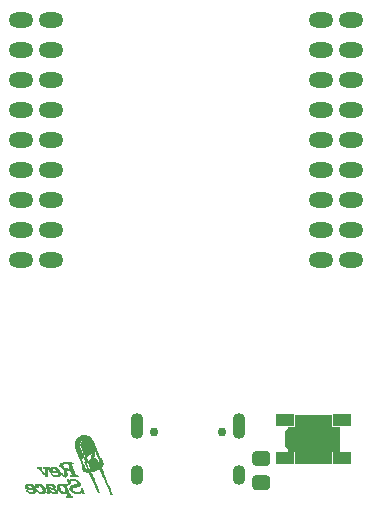
<source format=gbr>
%TF.GenerationSoftware,KiCad,Pcbnew,(5.1.6-0-10_14)*%
%TF.CreationDate,2020-09-06T23:56:44+02:00*%
%TF.ProjectId,USBCWrover,55534243-5772-46f7-9665-722e6b696361,rev?*%
%TF.SameCoordinates,Original*%
%TF.FileFunction,Soldermask,Bot*%
%TF.FilePolarity,Negative*%
%FSLAX46Y46*%
G04 Gerber Fmt 4.6, Leading zero omitted, Abs format (unit mm)*
G04 Created by KiCad (PCBNEW (5.1.6-0-10_14)) date 2020-09-06 23:56:44*
%MOMM*%
%LPD*%
G01*
G04 APERTURE LIST*
%ADD10C,0.010000*%
%ADD11C,0.100000*%
%ADD12O,2.100000X1.300000*%
%ADD13R,1.600000X1.100000*%
%ADD14O,1.100000X2.200000*%
%ADD15C,0.750000*%
%ADD16O,1.100000X1.700000*%
G04 APERTURE END LIST*
D10*
%TO.C,G\u002A\u002A\u002A*%
G36*
X132202730Y-140516999D02*
G01*
X132130259Y-140524406D01*
X132069634Y-140540212D01*
X132005650Y-140567310D01*
X131991265Y-140574264D01*
X131848345Y-140661448D01*
X131723946Y-140770985D01*
X131627974Y-140893510D01*
X131599525Y-140944545D01*
X131571612Y-141005762D01*
X131554175Y-141060084D01*
X131544885Y-141120783D01*
X131541413Y-141201131D01*
X131541200Y-141276917D01*
X131543207Y-141354139D01*
X131549517Y-141428571D01*
X131561647Y-141505190D01*
X131581113Y-141588970D01*
X131609432Y-141684889D01*
X131648121Y-141797921D01*
X131698695Y-141933042D01*
X131762672Y-142095228D01*
X131841567Y-142289455D01*
X131873428Y-142367000D01*
X131952844Y-142561452D01*
X132016221Y-142720501D01*
X132064670Y-142847449D01*
X132099303Y-142945600D01*
X132121229Y-143018254D01*
X132131560Y-143068713D01*
X132131406Y-143100281D01*
X132124685Y-143113948D01*
X132104437Y-143152612D01*
X132107399Y-143209514D01*
X132134506Y-143290644D01*
X132161701Y-143351250D01*
X132213626Y-143448005D01*
X132265767Y-143513627D01*
X132328002Y-143558201D01*
X132390807Y-143585167D01*
X132473297Y-143603104D01*
X132583462Y-143611189D01*
X132707820Y-143609477D01*
X132832888Y-143598022D01*
X132919337Y-143583007D01*
X133078784Y-143538850D01*
X133245293Y-143476981D01*
X133401518Y-143404498D01*
X133450904Y-143375950D01*
X132863167Y-143375950D01*
X132844686Y-143383215D01*
X132799653Y-143391667D01*
X132743679Y-143398725D01*
X132709993Y-143401284D01*
X132668548Y-143396062D01*
X132639904Y-143368193D01*
X132618712Y-143324792D01*
X132611202Y-143304211D01*
X132553611Y-143304211D01*
X132503723Y-143344608D01*
X132468581Y-143370225D01*
X132438717Y-143381892D01*
X132411356Y-143375859D01*
X132383725Y-143348376D01*
X132353049Y-143295692D01*
X132316555Y-143214056D01*
X132271469Y-143099720D01*
X132218994Y-142959667D01*
X132171655Y-142832892D01*
X132127895Y-142717450D01*
X132090312Y-142620057D01*
X132061504Y-142547428D01*
X132044069Y-142506280D01*
X132041936Y-142501967D01*
X132031799Y-142475829D01*
X132040276Y-142456334D01*
X132074663Y-142436519D01*
X132136676Y-142411553D01*
X132200273Y-142388406D01*
X132245477Y-142374198D01*
X132260914Y-142371837D01*
X132275824Y-142399097D01*
X132299141Y-142453876D01*
X132327004Y-142525551D01*
X132355556Y-142603499D01*
X132380934Y-142677098D01*
X132399281Y-142735727D01*
X132406735Y-142768762D01*
X132406324Y-142772014D01*
X132377510Y-142788827D01*
X132364501Y-142790334D01*
X132337078Y-142796251D01*
X132334000Y-142800834D01*
X132342139Y-142823056D01*
X132364375Y-142876236D01*
X132397439Y-142952723D01*
X132438062Y-143044868D01*
X132443806Y-143057773D01*
X132553611Y-143304211D01*
X132611202Y-143304211D01*
X132591828Y-143251120D01*
X132567114Y-143168271D01*
X132562553Y-143150167D01*
X132541943Y-143076247D01*
X132513038Y-142986836D01*
X132491969Y-142927917D01*
X132470164Y-142860930D01*
X132460109Y-142810622D01*
X132463412Y-142788940D01*
X132463389Y-142766162D01*
X132449083Y-142714633D01*
X132424329Y-142643861D01*
X132392969Y-142563352D01*
X132358839Y-142482614D01*
X132325779Y-142411153D01*
X132297627Y-142358477D01*
X132280326Y-142335494D01*
X132264686Y-142310484D01*
X132235613Y-142252188D01*
X132195795Y-142166462D01*
X132147920Y-142059164D01*
X132094676Y-141936149D01*
X132066462Y-141869584D01*
X132005047Y-141722601D01*
X131958612Y-141608169D01*
X131925133Y-141520072D01*
X131902584Y-141452095D01*
X131888942Y-141398020D01*
X131882180Y-141351631D01*
X131880274Y-141306714D01*
X131880292Y-141298084D01*
X131896717Y-141171127D01*
X131940922Y-141058845D01*
X132008107Y-140968790D01*
X132093470Y-140908516D01*
X132137906Y-140892773D01*
X132192975Y-140887326D01*
X132214692Y-140905036D01*
X132203037Y-140942968D01*
X132157991Y-140998186D01*
X132138693Y-141017001D01*
X132059265Y-141107744D01*
X132018036Y-141199818D01*
X132011717Y-141302979D01*
X132021320Y-141365118D01*
X132037191Y-141419426D01*
X132067025Y-141503565D01*
X132107276Y-141608824D01*
X132154395Y-141726493D01*
X132204836Y-141847861D01*
X132255049Y-141964217D01*
X132301488Y-142066850D01*
X132336663Y-142139386D01*
X132365219Y-142205240D01*
X132383805Y-142266208D01*
X132385958Y-142278542D01*
X132398537Y-142330432D01*
X132423806Y-142404747D01*
X132457291Y-142490928D01*
X132494515Y-142578413D01*
X132531001Y-142656643D01*
X132562272Y-142715059D01*
X132582489Y-142742146D01*
X132597714Y-142766333D01*
X132625488Y-142821319D01*
X132662135Y-142898803D01*
X132703978Y-142990483D01*
X132747342Y-143088059D01*
X132788550Y-143183230D01*
X132823927Y-143267693D01*
X132849795Y-143333148D01*
X132862479Y-143371293D01*
X132863167Y-143375950D01*
X133450904Y-143375950D01*
X133512530Y-143340327D01*
X133616028Y-143263337D01*
X133713051Y-143174512D01*
X133795590Y-143082567D01*
X133855638Y-142996218D01*
X133881635Y-142938610D01*
X133893597Y-142886335D01*
X133892111Y-142838846D01*
X133875240Y-142779495D01*
X133857766Y-142733390D01*
X133845196Y-142704500D01*
X133625167Y-142704500D01*
X133607950Y-142732749D01*
X133567506Y-142763569D01*
X133520650Y-142785783D01*
X133496049Y-142790334D01*
X133453280Y-142775616D01*
X133440526Y-142763875D01*
X133421026Y-142729597D01*
X133394351Y-142671997D01*
X133379726Y-142636968D01*
X133348809Y-142567954D01*
X133316858Y-142508660D01*
X133304423Y-142489913D01*
X133275022Y-142459665D01*
X133240685Y-142454551D01*
X133198469Y-142465086D01*
X133125814Y-142479251D01*
X133085156Y-142466893D01*
X133074833Y-142436374D01*
X133080831Y-142403286D01*
X133097026Y-142339947D01*
X133120723Y-142256429D01*
X133140925Y-142189430D01*
X133170940Y-142088084D01*
X133188013Y-142017287D01*
X133191167Y-141989283D01*
X132999600Y-141989283D01*
X132996307Y-142011068D01*
X132982991Y-142066256D01*
X132961528Y-142147621D01*
X132933794Y-142247941D01*
X132918100Y-142303166D01*
X132884052Y-142420943D01*
X132858170Y-142505015D01*
X132837049Y-142562398D01*
X132817282Y-142600108D01*
X132795463Y-142625161D01*
X132768186Y-142644573D01*
X132746145Y-142657360D01*
X132689420Y-142686346D01*
X132645297Y-142703423D01*
X132634656Y-142705319D01*
X132614488Y-142687426D01*
X132582927Y-142639093D01*
X132545173Y-142568825D01*
X132523531Y-142523643D01*
X132487254Y-142443255D01*
X132458903Y-142377593D01*
X132442417Y-142335925D01*
X132439833Y-142326610D01*
X132457073Y-142309878D01*
X132502358Y-142280191D01*
X132566035Y-142243856D01*
X132568649Y-142242450D01*
X132652912Y-142195023D01*
X132751362Y-142136419D01*
X132843069Y-142079104D01*
X132845335Y-142077640D01*
X132913572Y-142034768D01*
X132966809Y-142003714D01*
X132996419Y-141989418D01*
X132999600Y-141989283D01*
X133191167Y-141989283D01*
X133193590Y-141967777D01*
X133189119Y-141930290D01*
X133183926Y-141914107D01*
X133169989Y-141853540D01*
X133185512Y-141822173D01*
X133211132Y-141816667D01*
X133225598Y-141834962D01*
X133253927Y-141885439D01*
X133293035Y-141961487D01*
X133339840Y-142056495D01*
X133391259Y-142163851D01*
X133444207Y-142276944D01*
X133495603Y-142389162D01*
X133542362Y-142493895D01*
X133581403Y-142584531D01*
X133609640Y-142654458D01*
X133623993Y-142697065D01*
X133625167Y-142704500D01*
X133845196Y-142704500D01*
X133802774Y-142607002D01*
X133753916Y-142522280D01*
X133711064Y-142479023D01*
X133690074Y-142472834D01*
X133674651Y-142468324D01*
X133657172Y-142452556D01*
X133636079Y-142422169D01*
X133609812Y-142373803D01*
X133576812Y-142304099D01*
X133535519Y-142209696D01*
X133484375Y-142087234D01*
X133421820Y-141933353D01*
X133346294Y-141744694D01*
X133311078Y-141656159D01*
X133251369Y-141507203D01*
X133192961Y-141363982D01*
X133138758Y-141233431D01*
X133091665Y-141122484D01*
X133054584Y-141038074D01*
X133032933Y-140992023D01*
X132927897Y-140825994D01*
X132796955Y-140690384D01*
X132643772Y-140588935D01*
X132632220Y-140583165D01*
X132558926Y-140549432D01*
X132498099Y-140529060D01*
X132433873Y-140518777D01*
X132350378Y-140515308D01*
X132302250Y-140515098D01*
X132202730Y-140516999D01*
G37*
X132202730Y-140516999D02*
X132130259Y-140524406D01*
X132069634Y-140540212D01*
X132005650Y-140567310D01*
X131991265Y-140574264D01*
X131848345Y-140661448D01*
X131723946Y-140770985D01*
X131627974Y-140893510D01*
X131599525Y-140944545D01*
X131571612Y-141005762D01*
X131554175Y-141060084D01*
X131544885Y-141120783D01*
X131541413Y-141201131D01*
X131541200Y-141276917D01*
X131543207Y-141354139D01*
X131549517Y-141428571D01*
X131561647Y-141505190D01*
X131581113Y-141588970D01*
X131609432Y-141684889D01*
X131648121Y-141797921D01*
X131698695Y-141933042D01*
X131762672Y-142095228D01*
X131841567Y-142289455D01*
X131873428Y-142367000D01*
X131952844Y-142561452D01*
X132016221Y-142720501D01*
X132064670Y-142847449D01*
X132099303Y-142945600D01*
X132121229Y-143018254D01*
X132131560Y-143068713D01*
X132131406Y-143100281D01*
X132124685Y-143113948D01*
X132104437Y-143152612D01*
X132107399Y-143209514D01*
X132134506Y-143290644D01*
X132161701Y-143351250D01*
X132213626Y-143448005D01*
X132265767Y-143513627D01*
X132328002Y-143558201D01*
X132390807Y-143585167D01*
X132473297Y-143603104D01*
X132583462Y-143611189D01*
X132707820Y-143609477D01*
X132832888Y-143598022D01*
X132919337Y-143583007D01*
X133078784Y-143538850D01*
X133245293Y-143476981D01*
X133401518Y-143404498D01*
X133450904Y-143375950D01*
X132863167Y-143375950D01*
X132844686Y-143383215D01*
X132799653Y-143391667D01*
X132743679Y-143398725D01*
X132709993Y-143401284D01*
X132668548Y-143396062D01*
X132639904Y-143368193D01*
X132618712Y-143324792D01*
X132611202Y-143304211D01*
X132553611Y-143304211D01*
X132503723Y-143344608D01*
X132468581Y-143370225D01*
X132438717Y-143381892D01*
X132411356Y-143375859D01*
X132383725Y-143348376D01*
X132353049Y-143295692D01*
X132316555Y-143214056D01*
X132271469Y-143099720D01*
X132218994Y-142959667D01*
X132171655Y-142832892D01*
X132127895Y-142717450D01*
X132090312Y-142620057D01*
X132061504Y-142547428D01*
X132044069Y-142506280D01*
X132041936Y-142501967D01*
X132031799Y-142475829D01*
X132040276Y-142456334D01*
X132074663Y-142436519D01*
X132136676Y-142411553D01*
X132200273Y-142388406D01*
X132245477Y-142374198D01*
X132260914Y-142371837D01*
X132275824Y-142399097D01*
X132299141Y-142453876D01*
X132327004Y-142525551D01*
X132355556Y-142603499D01*
X132380934Y-142677098D01*
X132399281Y-142735727D01*
X132406735Y-142768762D01*
X132406324Y-142772014D01*
X132377510Y-142788827D01*
X132364501Y-142790334D01*
X132337078Y-142796251D01*
X132334000Y-142800834D01*
X132342139Y-142823056D01*
X132364375Y-142876236D01*
X132397439Y-142952723D01*
X132438062Y-143044868D01*
X132443806Y-143057773D01*
X132553611Y-143304211D01*
X132611202Y-143304211D01*
X132591828Y-143251120D01*
X132567114Y-143168271D01*
X132562553Y-143150167D01*
X132541943Y-143076247D01*
X132513038Y-142986836D01*
X132491969Y-142927917D01*
X132470164Y-142860930D01*
X132460109Y-142810622D01*
X132463412Y-142788940D01*
X132463389Y-142766162D01*
X132449083Y-142714633D01*
X132424329Y-142643861D01*
X132392969Y-142563352D01*
X132358839Y-142482614D01*
X132325779Y-142411153D01*
X132297627Y-142358477D01*
X132280326Y-142335494D01*
X132264686Y-142310484D01*
X132235613Y-142252188D01*
X132195795Y-142166462D01*
X132147920Y-142059164D01*
X132094676Y-141936149D01*
X132066462Y-141869584D01*
X132005047Y-141722601D01*
X131958612Y-141608169D01*
X131925133Y-141520072D01*
X131902584Y-141452095D01*
X131888942Y-141398020D01*
X131882180Y-141351631D01*
X131880274Y-141306714D01*
X131880292Y-141298084D01*
X131896717Y-141171127D01*
X131940922Y-141058845D01*
X132008107Y-140968790D01*
X132093470Y-140908516D01*
X132137906Y-140892773D01*
X132192975Y-140887326D01*
X132214692Y-140905036D01*
X132203037Y-140942968D01*
X132157991Y-140998186D01*
X132138693Y-141017001D01*
X132059265Y-141107744D01*
X132018036Y-141199818D01*
X132011717Y-141302979D01*
X132021320Y-141365118D01*
X132037191Y-141419426D01*
X132067025Y-141503565D01*
X132107276Y-141608824D01*
X132154395Y-141726493D01*
X132204836Y-141847861D01*
X132255049Y-141964217D01*
X132301488Y-142066850D01*
X132336663Y-142139386D01*
X132365219Y-142205240D01*
X132383805Y-142266208D01*
X132385958Y-142278542D01*
X132398537Y-142330432D01*
X132423806Y-142404747D01*
X132457291Y-142490928D01*
X132494515Y-142578413D01*
X132531001Y-142656643D01*
X132562272Y-142715059D01*
X132582489Y-142742146D01*
X132597714Y-142766333D01*
X132625488Y-142821319D01*
X132662135Y-142898803D01*
X132703978Y-142990483D01*
X132747342Y-143088059D01*
X132788550Y-143183230D01*
X132823927Y-143267693D01*
X132849795Y-143333148D01*
X132862479Y-143371293D01*
X132863167Y-143375950D01*
X133450904Y-143375950D01*
X133512530Y-143340327D01*
X133616028Y-143263337D01*
X133713051Y-143174512D01*
X133795590Y-143082567D01*
X133855638Y-142996218D01*
X133881635Y-142938610D01*
X133893597Y-142886335D01*
X133892111Y-142838846D01*
X133875240Y-142779495D01*
X133857766Y-142733390D01*
X133845196Y-142704500D01*
X133625167Y-142704500D01*
X133607950Y-142732749D01*
X133567506Y-142763569D01*
X133520650Y-142785783D01*
X133496049Y-142790334D01*
X133453280Y-142775616D01*
X133440526Y-142763875D01*
X133421026Y-142729597D01*
X133394351Y-142671997D01*
X133379726Y-142636968D01*
X133348809Y-142567954D01*
X133316858Y-142508660D01*
X133304423Y-142489913D01*
X133275022Y-142459665D01*
X133240685Y-142454551D01*
X133198469Y-142465086D01*
X133125814Y-142479251D01*
X133085156Y-142466893D01*
X133074833Y-142436374D01*
X133080831Y-142403286D01*
X133097026Y-142339947D01*
X133120723Y-142256429D01*
X133140925Y-142189430D01*
X133170940Y-142088084D01*
X133188013Y-142017287D01*
X133191167Y-141989283D01*
X132999600Y-141989283D01*
X132996307Y-142011068D01*
X132982991Y-142066256D01*
X132961528Y-142147621D01*
X132933794Y-142247941D01*
X132918100Y-142303166D01*
X132884052Y-142420943D01*
X132858170Y-142505015D01*
X132837049Y-142562398D01*
X132817282Y-142600108D01*
X132795463Y-142625161D01*
X132768186Y-142644573D01*
X132746145Y-142657360D01*
X132689420Y-142686346D01*
X132645297Y-142703423D01*
X132634656Y-142705319D01*
X132614488Y-142687426D01*
X132582927Y-142639093D01*
X132545173Y-142568825D01*
X132523531Y-142523643D01*
X132487254Y-142443255D01*
X132458903Y-142377593D01*
X132442417Y-142335925D01*
X132439833Y-142326610D01*
X132457073Y-142309878D01*
X132502358Y-142280191D01*
X132566035Y-142243856D01*
X132568649Y-142242450D01*
X132652912Y-142195023D01*
X132751362Y-142136419D01*
X132843069Y-142079104D01*
X132845335Y-142077640D01*
X132913572Y-142034768D01*
X132966809Y-142003714D01*
X132996419Y-141989418D01*
X132999600Y-141989283D01*
X133191167Y-141989283D01*
X133193590Y-141967777D01*
X133189119Y-141930290D01*
X133183926Y-141914107D01*
X133169989Y-141853540D01*
X133185512Y-141822173D01*
X133211132Y-141816667D01*
X133225598Y-141834962D01*
X133253927Y-141885439D01*
X133293035Y-141961487D01*
X133339840Y-142056495D01*
X133391259Y-142163851D01*
X133444207Y-142276944D01*
X133495603Y-142389162D01*
X133542362Y-142493895D01*
X133581403Y-142584531D01*
X133609640Y-142654458D01*
X133623993Y-142697065D01*
X133625167Y-142704500D01*
X133845196Y-142704500D01*
X133802774Y-142607002D01*
X133753916Y-142522280D01*
X133711064Y-142479023D01*
X133690074Y-142472834D01*
X133674651Y-142468324D01*
X133657172Y-142452556D01*
X133636079Y-142422169D01*
X133609812Y-142373803D01*
X133576812Y-142304099D01*
X133535519Y-142209696D01*
X133484375Y-142087234D01*
X133421820Y-141933353D01*
X133346294Y-141744694D01*
X133311078Y-141656159D01*
X133251369Y-141507203D01*
X133192961Y-141363982D01*
X133138758Y-141233431D01*
X133091665Y-141122484D01*
X133054584Y-141038074D01*
X133032933Y-140992023D01*
X132927897Y-140825994D01*
X132796955Y-140690384D01*
X132643772Y-140588935D01*
X132632220Y-140583165D01*
X132558926Y-140549432D01*
X132498099Y-140529060D01*
X132433873Y-140518777D01*
X132350378Y-140515308D01*
X132302250Y-140515098D01*
X132202730Y-140516999D01*
G36*
X132831384Y-143697190D02*
G01*
X132774616Y-143702746D01*
X132740549Y-143708091D01*
X132736167Y-143710010D01*
X132744798Y-143729886D01*
X132768606Y-143781271D01*
X132804465Y-143857501D01*
X132849248Y-143951912D01*
X132876707Y-144009503D01*
X132926674Y-144115843D01*
X132988884Y-144250926D01*
X133058757Y-144404648D01*
X133131715Y-144566906D01*
X133203175Y-144727596D01*
X133235583Y-144801167D01*
X133305739Y-144959611D01*
X133361833Y-145082778D01*
X133405883Y-145174556D01*
X133439905Y-145238828D01*
X133465915Y-145279481D01*
X133485929Y-145300401D01*
X133497210Y-145305347D01*
X133531816Y-145303019D01*
X133540500Y-145292822D01*
X133532813Y-145269055D01*
X133511057Y-145211094D01*
X133477195Y-145123924D01*
X133433188Y-145012533D01*
X133380996Y-144881906D01*
X133322581Y-144737030D01*
X133300588Y-144682796D01*
X133236061Y-144522669D01*
X133173338Y-144364723D01*
X133115209Y-144216151D01*
X133064461Y-144084149D01*
X133023883Y-143975910D01*
X132996264Y-143898630D01*
X132993639Y-143890838D01*
X132926602Y-143689617D01*
X132831384Y-143697190D01*
G37*
X132831384Y-143697190D02*
X132774616Y-143702746D01*
X132740549Y-143708091D01*
X132736167Y-143710010D01*
X132744798Y-143729886D01*
X132768606Y-143781271D01*
X132804465Y-143857501D01*
X132849248Y-143951912D01*
X132876707Y-144009503D01*
X132926674Y-144115843D01*
X132988884Y-144250926D01*
X133058757Y-144404648D01*
X133131715Y-144566906D01*
X133203175Y-144727596D01*
X133235583Y-144801167D01*
X133305739Y-144959611D01*
X133361833Y-145082778D01*
X133405883Y-145174556D01*
X133439905Y-145238828D01*
X133465915Y-145279481D01*
X133485929Y-145300401D01*
X133497210Y-145305347D01*
X133531816Y-145303019D01*
X133540500Y-145292822D01*
X133532813Y-145269055D01*
X133511057Y-145211094D01*
X133477195Y-145123924D01*
X133433188Y-145012533D01*
X133380996Y-144881906D01*
X133322581Y-144737030D01*
X133300588Y-144682796D01*
X133236061Y-144522669D01*
X133173338Y-144364723D01*
X133115209Y-144216151D01*
X133064461Y-144084149D01*
X133023883Y-143975910D01*
X132996264Y-143898630D01*
X132993639Y-143890838D01*
X132926602Y-143689617D01*
X132831384Y-143697190D01*
G36*
X133732763Y-143291208D02*
G01*
X133691703Y-143324223D01*
X133673242Y-143340586D01*
X133604901Y-143402765D01*
X133797384Y-143810924D01*
X133876680Y-143980061D01*
X133963027Y-144165967D01*
X134053182Y-144361521D01*
X134143901Y-144559600D01*
X134231941Y-144753083D01*
X134314057Y-144934847D01*
X134387007Y-145097770D01*
X134447546Y-145234729D01*
X134482139Y-145314459D01*
X134521171Y-145402255D01*
X134550333Y-145457492D01*
X134574595Y-145487260D01*
X134598923Y-145498648D01*
X134611929Y-145499667D01*
X134650538Y-145496308D01*
X134662333Y-145490310D01*
X134654395Y-145469263D01*
X134631878Y-145413918D01*
X134596730Y-145328951D01*
X134550898Y-145219038D01*
X134496330Y-145088856D01*
X134434973Y-144943080D01*
X134395687Y-144850018D01*
X134292847Y-144605419D01*
X134195144Y-144370578D01*
X134104228Y-144149588D01*
X134021746Y-143946541D01*
X133949349Y-143765529D01*
X133888685Y-143610645D01*
X133841402Y-143485981D01*
X133809150Y-143395629D01*
X133806700Y-143388292D01*
X133784208Y-143327475D01*
X133764830Y-143287375D01*
X133755757Y-143277787D01*
X133732763Y-143291208D01*
G37*
X133732763Y-143291208D02*
X133691703Y-143324223D01*
X133673242Y-143340586D01*
X133604901Y-143402765D01*
X133797384Y-143810924D01*
X133876680Y-143980061D01*
X133963027Y-144165967D01*
X134053182Y-144361521D01*
X134143901Y-144559600D01*
X134231941Y-144753083D01*
X134314057Y-144934847D01*
X134387007Y-145097770D01*
X134447546Y-145234729D01*
X134482139Y-145314459D01*
X134521171Y-145402255D01*
X134550333Y-145457492D01*
X134574595Y-145487260D01*
X134598923Y-145498648D01*
X134611929Y-145499667D01*
X134650538Y-145496308D01*
X134662333Y-145490310D01*
X134654395Y-145469263D01*
X134631878Y-145413918D01*
X134596730Y-145328951D01*
X134550898Y-145219038D01*
X134496330Y-145088856D01*
X134434973Y-144943080D01*
X134395687Y-144850018D01*
X134292847Y-144605419D01*
X134195144Y-144370578D01*
X134104228Y-144149588D01*
X134021746Y-143946541D01*
X133949349Y-143765529D01*
X133888685Y-143610645D01*
X133841402Y-143485981D01*
X133809150Y-143395629D01*
X133806700Y-143388292D01*
X133784208Y-143327475D01*
X133764830Y-143287375D01*
X133755757Y-143277787D01*
X133732763Y-143291208D01*
G36*
X128996165Y-143213444D02*
G01*
X128922794Y-143218066D01*
X128869668Y-143225882D01*
X128846685Y-143236876D01*
X128846655Y-143239715D01*
X128871219Y-143261165D01*
X128920820Y-143280956D01*
X128933086Y-143284151D01*
X128969616Y-143294843D01*
X128993766Y-143311127D01*
X129006600Y-143339875D01*
X129009182Y-143387962D01*
X129002574Y-143462260D01*
X128987841Y-143569643D01*
X128982686Y-143604667D01*
X128957720Y-143773419D01*
X128772610Y-143563314D01*
X128703790Y-143483254D01*
X128646568Y-143412973D01*
X128606218Y-143359232D01*
X128588018Y-143328789D01*
X128587500Y-143326175D01*
X128605545Y-143301493D01*
X128641338Y-143285627D01*
X128686180Y-143268904D01*
X128691850Y-143252509D01*
X128661497Y-143237804D01*
X128598270Y-143226150D01*
X128505317Y-143218907D01*
X128485246Y-143218164D01*
X128389626Y-143216554D01*
X128329717Y-143219469D01*
X128299068Y-143227646D01*
X128291166Y-143240370D01*
X128309162Y-143265460D01*
X128353498Y-143290912D01*
X128363871Y-143294952D01*
X128419201Y-143327925D01*
X128498291Y-143395247D01*
X128600729Y-143496511D01*
X128726108Y-143631308D01*
X128874016Y-143799232D01*
X128894821Y-143823408D01*
X128975983Y-143913265D01*
X129036779Y-143969579D01*
X129079627Y-143994488D01*
X129090208Y-143996180D01*
X129127360Y-143988666D01*
X129137833Y-143975502D01*
X129140616Y-143947957D01*
X129148274Y-143886442D01*
X129159776Y-143798909D01*
X129174088Y-143693307D01*
X129181154Y-143642127D01*
X129200057Y-143512961D01*
X129216898Y-143419446D01*
X129233989Y-143355125D01*
X129253641Y-143313544D01*
X129278167Y-143288244D01*
X129309878Y-143272772D01*
X129313916Y-143271389D01*
X129324885Y-143250905D01*
X129320248Y-143238875D01*
X129294128Y-143227259D01*
X129238762Y-143218925D01*
X129164047Y-143213856D01*
X129079882Y-143212035D01*
X128996165Y-143213444D01*
G37*
X128996165Y-143213444D02*
X128922794Y-143218066D01*
X128869668Y-143225882D01*
X128846685Y-143236876D01*
X128846655Y-143239715D01*
X128871219Y-143261165D01*
X128920820Y-143280956D01*
X128933086Y-143284151D01*
X128969616Y-143294843D01*
X128993766Y-143311127D01*
X129006600Y-143339875D01*
X129009182Y-143387962D01*
X129002574Y-143462260D01*
X128987841Y-143569643D01*
X128982686Y-143604667D01*
X128957720Y-143773419D01*
X128772610Y-143563314D01*
X128703790Y-143483254D01*
X128646568Y-143412973D01*
X128606218Y-143359232D01*
X128588018Y-143328789D01*
X128587500Y-143326175D01*
X128605545Y-143301493D01*
X128641338Y-143285627D01*
X128686180Y-143268904D01*
X128691850Y-143252509D01*
X128661497Y-143237804D01*
X128598270Y-143226150D01*
X128505317Y-143218907D01*
X128485246Y-143218164D01*
X128389626Y-143216554D01*
X128329717Y-143219469D01*
X128299068Y-143227646D01*
X128291166Y-143240370D01*
X128309162Y-143265460D01*
X128353498Y-143290912D01*
X128363871Y-143294952D01*
X128419201Y-143327925D01*
X128498291Y-143395247D01*
X128600729Y-143496511D01*
X128726108Y-143631308D01*
X128874016Y-143799232D01*
X128894821Y-143823408D01*
X128975983Y-143913265D01*
X129036779Y-143969579D01*
X129079627Y-143994488D01*
X129090208Y-143996180D01*
X129127360Y-143988666D01*
X129137833Y-143975502D01*
X129140616Y-143947957D01*
X129148274Y-143886442D01*
X129159776Y-143798909D01*
X129174088Y-143693307D01*
X129181154Y-143642127D01*
X129200057Y-143512961D01*
X129216898Y-143419446D01*
X129233989Y-143355125D01*
X129253641Y-143313544D01*
X129278167Y-143288244D01*
X129309878Y-143272772D01*
X129313916Y-143271389D01*
X129324885Y-143250905D01*
X129320248Y-143238875D01*
X129294128Y-143227259D01*
X129238762Y-143218925D01*
X129164047Y-143213856D01*
X129079882Y-143212035D01*
X128996165Y-143213444D01*
G36*
X129544921Y-143212341D02*
G01*
X129453553Y-143254876D01*
X129395172Y-143323289D01*
X129371428Y-143415483D01*
X129370956Y-143433479D01*
X129371252Y-143500730D01*
X129375627Y-143549044D01*
X129390081Y-143581544D01*
X129420617Y-143601355D01*
X129473236Y-143611597D01*
X129553940Y-143615396D01*
X129668729Y-143615873D01*
X129721390Y-143615833D01*
X130046010Y-143615833D01*
X130066963Y-143691718D01*
X130075847Y-143778982D01*
X130052552Y-143849006D01*
X130008071Y-143889713D01*
X129927944Y-143911115D01*
X129829636Y-143905382D01*
X129724781Y-143875434D01*
X129625011Y-143824190D01*
X129566178Y-143778824D01*
X129528024Y-143750723D01*
X129501689Y-143753357D01*
X129492095Y-143761626D01*
X129481362Y-143785005D01*
X129499058Y-143813946D01*
X129529416Y-143841611D01*
X129639459Y-143914802D01*
X129767088Y-143969228D01*
X129899450Y-144001267D01*
X130023693Y-144007295D01*
X130084511Y-143998063D01*
X130186817Y-143955405D01*
X130257012Y-143888541D01*
X130292268Y-143802266D01*
X130289755Y-143701379D01*
X130280311Y-143666172D01*
X130218247Y-143533482D01*
X130215850Y-143530397D01*
X130005666Y-143530397D01*
X129986528Y-143543443D01*
X129936252Y-143550639D01*
X129865552Y-143552527D01*
X129785139Y-143549647D01*
X129705724Y-143542541D01*
X129638020Y-143531749D01*
X129592737Y-143517812D01*
X129581242Y-143508959D01*
X129565788Y-143460401D01*
X129562362Y-143396262D01*
X129570458Y-143336226D01*
X129586566Y-143302566D01*
X129633089Y-143281734D01*
X129701407Y-143279250D01*
X129775661Y-143294116D01*
X129828590Y-143317777D01*
X129882090Y-143359229D01*
X129935770Y-143414519D01*
X129979650Y-143471663D01*
X130003751Y-143518679D01*
X130005666Y-143530397D01*
X130215850Y-143530397D01*
X130127621Y-143416863D01*
X130015573Y-143320720D01*
X129889245Y-143249461D01*
X129755776Y-143207493D01*
X129622308Y-143199222D01*
X129544921Y-143212341D01*
G37*
X129544921Y-143212341D02*
X129453553Y-143254876D01*
X129395172Y-143323289D01*
X129371428Y-143415483D01*
X129370956Y-143433479D01*
X129371252Y-143500730D01*
X129375627Y-143549044D01*
X129390081Y-143581544D01*
X129420617Y-143601355D01*
X129473236Y-143611597D01*
X129553940Y-143615396D01*
X129668729Y-143615873D01*
X129721390Y-143615833D01*
X130046010Y-143615833D01*
X130066963Y-143691718D01*
X130075847Y-143778982D01*
X130052552Y-143849006D01*
X130008071Y-143889713D01*
X129927944Y-143911115D01*
X129829636Y-143905382D01*
X129724781Y-143875434D01*
X129625011Y-143824190D01*
X129566178Y-143778824D01*
X129528024Y-143750723D01*
X129501689Y-143753357D01*
X129492095Y-143761626D01*
X129481362Y-143785005D01*
X129499058Y-143813946D01*
X129529416Y-143841611D01*
X129639459Y-143914802D01*
X129767088Y-143969228D01*
X129899450Y-144001267D01*
X130023693Y-144007295D01*
X130084511Y-143998063D01*
X130186817Y-143955405D01*
X130257012Y-143888541D01*
X130292268Y-143802266D01*
X130289755Y-143701379D01*
X130280311Y-143666172D01*
X130218247Y-143533482D01*
X130215850Y-143530397D01*
X130005666Y-143530397D01*
X129986528Y-143543443D01*
X129936252Y-143550639D01*
X129865552Y-143552527D01*
X129785139Y-143549647D01*
X129705724Y-143542541D01*
X129638020Y-143531749D01*
X129592737Y-143517812D01*
X129581242Y-143508959D01*
X129565788Y-143460401D01*
X129562362Y-143396262D01*
X129570458Y-143336226D01*
X129586566Y-143302566D01*
X129633089Y-143281734D01*
X129701407Y-143279250D01*
X129775661Y-143294116D01*
X129828590Y-143317777D01*
X129882090Y-143359229D01*
X129935770Y-143414519D01*
X129979650Y-143471663D01*
X130003751Y-143518679D01*
X130005666Y-143530397D01*
X130215850Y-143530397D01*
X130127621Y-143416863D01*
X130015573Y-143320720D01*
X129889245Y-143249461D01*
X129755776Y-143207493D01*
X129622308Y-143199222D01*
X129544921Y-143212341D01*
G36*
X130647892Y-142814745D02*
G01*
X130537022Y-142819482D01*
X130451654Y-142828421D01*
X130386203Y-142842119D01*
X130335083Y-142861131D01*
X130297923Y-142882425D01*
X130239256Y-142941681D01*
X130216624Y-143011299D01*
X130226559Y-143086420D01*
X130265591Y-143162188D01*
X130330252Y-143233744D01*
X130417074Y-143296233D01*
X130522588Y-143344796D01*
X130643325Y-143374577D01*
X130650041Y-143375532D01*
X130747918Y-143388948D01*
X130683181Y-143428317D01*
X130629610Y-143472046D01*
X130598563Y-143529212D01*
X130587142Y-143608824D01*
X130591743Y-143712541D01*
X130596908Y-143794976D01*
X130592847Y-143844249D01*
X130578744Y-143868686D01*
X130576266Y-143870389D01*
X130531663Y-143875683D01*
X130483392Y-143845718D01*
X130439912Y-143785794D01*
X130439259Y-143784539D01*
X130409287Y-143747432D01*
X130371520Y-143723896D01*
X130338624Y-143718828D01*
X130323259Y-143737123D01*
X130323166Y-143739657D01*
X130338636Y-143780732D01*
X130378425Y-143835905D01*
X130432609Y-143894390D01*
X130491259Y-143945399D01*
X130541431Y-143976821D01*
X130624645Y-144007624D01*
X130693877Y-144013275D01*
X130768147Y-143995134D01*
X130773001Y-143993384D01*
X130819427Y-143963520D01*
X130843735Y-143912465D01*
X130847126Y-143834606D01*
X130830796Y-143724329D01*
X130830614Y-143723426D01*
X130812758Y-143624859D01*
X130807087Y-143557575D01*
X130814483Y-143512061D01*
X130835827Y-143478803D01*
X130854893Y-143461423D01*
X130899428Y-143437475D01*
X130962384Y-143428604D01*
X131019614Y-143429673D01*
X131137522Y-143435916D01*
X131220974Y-143654571D01*
X131259442Y-143758910D01*
X131280354Y-143830421D01*
X131282591Y-143875288D01*
X131265031Y-143899695D01*
X131226555Y-143909825D01*
X131174380Y-143911842D01*
X131128591Y-143914776D01*
X131116643Y-143928068D01*
X131127500Y-143954500D01*
X131138961Y-143970820D01*
X131157493Y-143982316D01*
X131189844Y-143989827D01*
X131242762Y-143994189D01*
X131322994Y-143996241D01*
X131437287Y-143996820D01*
X131468463Y-143996833D01*
X131590907Y-143996466D01*
X131677075Y-143994887D01*
X131733021Y-143991374D01*
X131764800Y-143985207D01*
X131778465Y-143975665D01*
X131780070Y-143962027D01*
X131779685Y-143959791D01*
X131760612Y-143933422D01*
X131710751Y-143916839D01*
X131672396Y-143911204D01*
X131608842Y-143900350D01*
X131562928Y-143886118D01*
X131552122Y-143879454D01*
X131537168Y-143852770D01*
X131510832Y-143794098D01*
X131475669Y-143710106D01*
X131434238Y-143607461D01*
X131389095Y-143492833D01*
X131342798Y-143372887D01*
X131321589Y-143316862D01*
X131084424Y-143316862D01*
X131065874Y-143332362D01*
X131015911Y-143339958D01*
X130944570Y-143340354D01*
X130861887Y-143334252D01*
X130777897Y-143322357D01*
X130702638Y-143305370D01*
X130651061Y-143286505D01*
X130563211Y-143224008D01*
X130501241Y-143139997D01*
X130472481Y-143045234D01*
X130471333Y-143022604D01*
X130476787Y-142966475D01*
X130499616Y-142935114D01*
X130530952Y-142918941D01*
X130582765Y-142907313D01*
X130662031Y-142900717D01*
X130754042Y-142900346D01*
X130758322Y-142900498D01*
X130926074Y-142906750D01*
X131004877Y-143097250D01*
X131038888Y-143182146D01*
X131065688Y-143254132D01*
X131081614Y-143303095D01*
X131084424Y-143316862D01*
X131321589Y-143316862D01*
X131297903Y-143254294D01*
X131256968Y-143143721D01*
X131222549Y-143047835D01*
X131197205Y-142973306D01*
X131183491Y-142926800D01*
X131182113Y-142914588D01*
X131208649Y-142902924D01*
X131260715Y-142896562D01*
X131278468Y-142896166D01*
X131333228Y-142892853D01*
X131355518Y-142879884D01*
X131356322Y-142859124D01*
X131350190Y-142845798D01*
X131333807Y-142835864D01*
X131301408Y-142828677D01*
X131247230Y-142823590D01*
X131165508Y-142819959D01*
X131050478Y-142817136D01*
X130968478Y-142815652D01*
X130789849Y-142813654D01*
X130647892Y-142814745D01*
G37*
X130647892Y-142814745D02*
X130537022Y-142819482D01*
X130451654Y-142828421D01*
X130386203Y-142842119D01*
X130335083Y-142861131D01*
X130297923Y-142882425D01*
X130239256Y-142941681D01*
X130216624Y-143011299D01*
X130226559Y-143086420D01*
X130265591Y-143162188D01*
X130330252Y-143233744D01*
X130417074Y-143296233D01*
X130522588Y-143344796D01*
X130643325Y-143374577D01*
X130650041Y-143375532D01*
X130747918Y-143388948D01*
X130683181Y-143428317D01*
X130629610Y-143472046D01*
X130598563Y-143529212D01*
X130587142Y-143608824D01*
X130591743Y-143712541D01*
X130596908Y-143794976D01*
X130592847Y-143844249D01*
X130578744Y-143868686D01*
X130576266Y-143870389D01*
X130531663Y-143875683D01*
X130483392Y-143845718D01*
X130439912Y-143785794D01*
X130439259Y-143784539D01*
X130409287Y-143747432D01*
X130371520Y-143723896D01*
X130338624Y-143718828D01*
X130323259Y-143737123D01*
X130323166Y-143739657D01*
X130338636Y-143780732D01*
X130378425Y-143835905D01*
X130432609Y-143894390D01*
X130491259Y-143945399D01*
X130541431Y-143976821D01*
X130624645Y-144007624D01*
X130693877Y-144013275D01*
X130768147Y-143995134D01*
X130773001Y-143993384D01*
X130819427Y-143963520D01*
X130843735Y-143912465D01*
X130847126Y-143834606D01*
X130830796Y-143724329D01*
X130830614Y-143723426D01*
X130812758Y-143624859D01*
X130807087Y-143557575D01*
X130814483Y-143512061D01*
X130835827Y-143478803D01*
X130854893Y-143461423D01*
X130899428Y-143437475D01*
X130962384Y-143428604D01*
X131019614Y-143429673D01*
X131137522Y-143435916D01*
X131220974Y-143654571D01*
X131259442Y-143758910D01*
X131280354Y-143830421D01*
X131282591Y-143875288D01*
X131265031Y-143899695D01*
X131226555Y-143909825D01*
X131174380Y-143911842D01*
X131128591Y-143914776D01*
X131116643Y-143928068D01*
X131127500Y-143954500D01*
X131138961Y-143970820D01*
X131157493Y-143982316D01*
X131189844Y-143989827D01*
X131242762Y-143994189D01*
X131322994Y-143996241D01*
X131437287Y-143996820D01*
X131468463Y-143996833D01*
X131590907Y-143996466D01*
X131677075Y-143994887D01*
X131733021Y-143991374D01*
X131764800Y-143985207D01*
X131778465Y-143975665D01*
X131780070Y-143962027D01*
X131779685Y-143959791D01*
X131760612Y-143933422D01*
X131710751Y-143916839D01*
X131672396Y-143911204D01*
X131608842Y-143900350D01*
X131562928Y-143886118D01*
X131552122Y-143879454D01*
X131537168Y-143852770D01*
X131510832Y-143794098D01*
X131475669Y-143710106D01*
X131434238Y-143607461D01*
X131389095Y-143492833D01*
X131342798Y-143372887D01*
X131321589Y-143316862D01*
X131084424Y-143316862D01*
X131065874Y-143332362D01*
X131015911Y-143339958D01*
X130944570Y-143340354D01*
X130861887Y-143334252D01*
X130777897Y-143322357D01*
X130702638Y-143305370D01*
X130651061Y-143286505D01*
X130563211Y-143224008D01*
X130501241Y-143139997D01*
X130472481Y-143045234D01*
X130471333Y-143022604D01*
X130476787Y-142966475D01*
X130499616Y-142935114D01*
X130530952Y-142918941D01*
X130582765Y-142907313D01*
X130662031Y-142900717D01*
X130754042Y-142900346D01*
X130758322Y-142900498D01*
X130926074Y-142906750D01*
X131004877Y-143097250D01*
X131038888Y-143182146D01*
X131065688Y-143254132D01*
X131081614Y-143303095D01*
X131084424Y-143316862D01*
X131321589Y-143316862D01*
X131297903Y-143254294D01*
X131256968Y-143143721D01*
X131222549Y-143047835D01*
X131197205Y-142973306D01*
X131183491Y-142926800D01*
X131182113Y-142914588D01*
X131208649Y-142902924D01*
X131260715Y-142896562D01*
X131278468Y-142896166D01*
X131333228Y-142892853D01*
X131355518Y-142879884D01*
X131356322Y-142859124D01*
X131350190Y-142845798D01*
X131333807Y-142835864D01*
X131301408Y-142828677D01*
X131247230Y-142823590D01*
X131165508Y-142819959D01*
X131050478Y-142817136D01*
X130968478Y-142815652D01*
X130789849Y-142813654D01*
X130647892Y-142814745D01*
G36*
X127477916Y-144619136D02*
G01*
X127432320Y-144637924D01*
X127402166Y-144656950D01*
X127334699Y-144726751D01*
X127301390Y-144818000D01*
X127304215Y-144924639D01*
X127308475Y-144944041D01*
X127328083Y-145023416D01*
X127655414Y-145034000D01*
X127982746Y-145044583D01*
X128000890Y-145108083D01*
X128008999Y-145191793D01*
X127984209Y-145256579D01*
X127932255Y-145300829D01*
X127858869Y-145322931D01*
X127769784Y-145321273D01*
X127670734Y-145294245D01*
X127567451Y-145240234D01*
X127556641Y-145232964D01*
X127488672Y-145191909D01*
X127440303Y-145173346D01*
X127415952Y-145176775D01*
X127420035Y-145201695D01*
X127454048Y-145244586D01*
X127566969Y-145332106D01*
X127706452Y-145387069D01*
X127867833Y-145408981D01*
X127976646Y-145408050D01*
X128054051Y-145395581D01*
X128092188Y-145380664D01*
X128171816Y-145319459D01*
X128214996Y-145238235D01*
X128221090Y-145139545D01*
X128189465Y-145025941D01*
X128183742Y-145012833D01*
X128129618Y-144925067D01*
X127931333Y-144925067D01*
X127931333Y-144925142D01*
X127912320Y-144938029D01*
X127854335Y-144946004D01*
X127755963Y-144949240D01*
X127730995Y-144949333D01*
X127635893Y-144948374D01*
X127574368Y-144944426D01*
X127537686Y-144935878D01*
X127517113Y-144921124D01*
X127508745Y-144908391D01*
X127490395Y-144848298D01*
X127489236Y-144782315D01*
X127504901Y-144730156D01*
X127512233Y-144720733D01*
X127547876Y-144705111D01*
X127607087Y-144696159D01*
X127631674Y-144695333D01*
X127685947Y-144698594D01*
X127728806Y-144713072D01*
X127773734Y-144745808D01*
X127828524Y-144798142D01*
X127880223Y-144853145D01*
X127917143Y-144898727D01*
X127931333Y-144925067D01*
X128129618Y-144925067D01*
X128100797Y-144878332D01*
X127986999Y-144765557D01*
X127850671Y-144680303D01*
X127700136Y-144628364D01*
X127613833Y-144616066D01*
X127533030Y-144612891D01*
X127477916Y-144619136D01*
G37*
X127477916Y-144619136D02*
X127432320Y-144637924D01*
X127402166Y-144656950D01*
X127334699Y-144726751D01*
X127301390Y-144818000D01*
X127304215Y-144924639D01*
X127308475Y-144944041D01*
X127328083Y-145023416D01*
X127655414Y-145034000D01*
X127982746Y-145044583D01*
X128000890Y-145108083D01*
X128008999Y-145191793D01*
X127984209Y-145256579D01*
X127932255Y-145300829D01*
X127858869Y-145322931D01*
X127769784Y-145321273D01*
X127670734Y-145294245D01*
X127567451Y-145240234D01*
X127556641Y-145232964D01*
X127488672Y-145191909D01*
X127440303Y-145173346D01*
X127415952Y-145176775D01*
X127420035Y-145201695D01*
X127454048Y-145244586D01*
X127566969Y-145332106D01*
X127706452Y-145387069D01*
X127867833Y-145408981D01*
X127976646Y-145408050D01*
X128054051Y-145395581D01*
X128092188Y-145380664D01*
X128171816Y-145319459D01*
X128214996Y-145238235D01*
X128221090Y-145139545D01*
X128189465Y-145025941D01*
X128183742Y-145012833D01*
X128129618Y-144925067D01*
X127931333Y-144925067D01*
X127931333Y-144925142D01*
X127912320Y-144938029D01*
X127854335Y-144946004D01*
X127755963Y-144949240D01*
X127730995Y-144949333D01*
X127635893Y-144948374D01*
X127574368Y-144944426D01*
X127537686Y-144935878D01*
X127517113Y-144921124D01*
X127508745Y-144908391D01*
X127490395Y-144848298D01*
X127489236Y-144782315D01*
X127504901Y-144730156D01*
X127512233Y-144720733D01*
X127547876Y-144705111D01*
X127607087Y-144696159D01*
X127631674Y-144695333D01*
X127685947Y-144698594D01*
X127728806Y-144713072D01*
X127773734Y-144745808D01*
X127828524Y-144798142D01*
X127880223Y-144853145D01*
X127917143Y-144898727D01*
X127931333Y-144925067D01*
X128129618Y-144925067D01*
X128100797Y-144878332D01*
X127986999Y-144765557D01*
X127850671Y-144680303D01*
X127700136Y-144628364D01*
X127613833Y-144616066D01*
X127533030Y-144612891D01*
X127477916Y-144619136D01*
G36*
X128256193Y-144633129D02*
G01*
X128188981Y-144669873D01*
X128150005Y-144724337D01*
X128143000Y-144765727D01*
X128161755Y-144825002D01*
X128209274Y-144875517D01*
X128272434Y-144909257D01*
X128338111Y-144918208D01*
X128375034Y-144907427D01*
X128411926Y-144874716D01*
X128409780Y-144834431D01*
X128368334Y-144782914D01*
X128365902Y-144780612D01*
X128333653Y-144742822D01*
X128323978Y-144715413D01*
X128324818Y-144713423D01*
X128355101Y-144698987D01*
X128410230Y-144696022D01*
X128474551Y-144703674D01*
X128532412Y-144721090D01*
X128540926Y-144725193D01*
X128620885Y-144782560D01*
X128690002Y-144861012D01*
X128744993Y-144952174D01*
X128782569Y-145047670D01*
X128799444Y-145139125D01*
X128792331Y-145218163D01*
X128757943Y-145276408D01*
X128757420Y-145276885D01*
X128697309Y-145305080D01*
X128616874Y-145307638D01*
X128528072Y-145286312D01*
X128442860Y-145242853D01*
X128422321Y-145227790D01*
X128353874Y-145179205D01*
X128311045Y-145162665D01*
X128292317Y-145177725D01*
X128291166Y-145189207D01*
X128307935Y-145220392D01*
X128351394Y-145263964D01*
X128411272Y-145311673D01*
X128477299Y-145355265D01*
X128534117Y-145384419D01*
X128602074Y-145402063D01*
X128691122Y-145411543D01*
X128783800Y-145412346D01*
X128862645Y-145403960D01*
X128894416Y-145394989D01*
X128968310Y-145345562D01*
X129011628Y-145274602D01*
X129026172Y-145187846D01*
X129013744Y-145091035D01*
X128976146Y-144989909D01*
X128915178Y-144890206D01*
X128832644Y-144797666D01*
X128730345Y-144718028D01*
X128671328Y-144684325D01*
X128559207Y-144639704D01*
X128448108Y-144616997D01*
X128344836Y-144615155D01*
X128256193Y-144633129D01*
G37*
X128256193Y-144633129D02*
X128188981Y-144669873D01*
X128150005Y-144724337D01*
X128143000Y-144765727D01*
X128161755Y-144825002D01*
X128209274Y-144875517D01*
X128272434Y-144909257D01*
X128338111Y-144918208D01*
X128375034Y-144907427D01*
X128411926Y-144874716D01*
X128409780Y-144834431D01*
X128368334Y-144782914D01*
X128365902Y-144780612D01*
X128333653Y-144742822D01*
X128323978Y-144715413D01*
X128324818Y-144713423D01*
X128355101Y-144698987D01*
X128410230Y-144696022D01*
X128474551Y-144703674D01*
X128532412Y-144721090D01*
X128540926Y-144725193D01*
X128620885Y-144782560D01*
X128690002Y-144861012D01*
X128744993Y-144952174D01*
X128782569Y-145047670D01*
X128799444Y-145139125D01*
X128792331Y-145218163D01*
X128757943Y-145276408D01*
X128757420Y-145276885D01*
X128697309Y-145305080D01*
X128616874Y-145307638D01*
X128528072Y-145286312D01*
X128442860Y-145242853D01*
X128422321Y-145227790D01*
X128353874Y-145179205D01*
X128311045Y-145162665D01*
X128292317Y-145177725D01*
X128291166Y-145189207D01*
X128307935Y-145220392D01*
X128351394Y-145263964D01*
X128411272Y-145311673D01*
X128477299Y-145355265D01*
X128534117Y-145384419D01*
X128602074Y-145402063D01*
X128691122Y-145411543D01*
X128783800Y-145412346D01*
X128862645Y-145403960D01*
X128894416Y-145394989D01*
X128968310Y-145345562D01*
X129011628Y-145274602D01*
X129026172Y-145187846D01*
X129013744Y-145091035D01*
X128976146Y-144989909D01*
X128915178Y-144890206D01*
X128832644Y-144797666D01*
X128730345Y-144718028D01*
X128671328Y-144684325D01*
X128559207Y-144639704D01*
X128448108Y-144616997D01*
X128344836Y-144615155D01*
X128256193Y-144633129D01*
G36*
X129233599Y-144627487D02*
G01*
X129144032Y-144646300D01*
X129087628Y-144680000D01*
X129060636Y-144730157D01*
X129057736Y-144748397D01*
X129063010Y-144796480D01*
X129082736Y-144873237D01*
X129114101Y-144968689D01*
X129137111Y-145030200D01*
X129180047Y-145141816D01*
X129207155Y-145219758D01*
X129218664Y-145269524D01*
X129214801Y-145296612D01*
X129195794Y-145306517D01*
X129161872Y-145304739D01*
X129148416Y-145302683D01*
X129093344Y-145300156D01*
X129076686Y-145314806D01*
X129099476Y-145343987D01*
X129125011Y-145362562D01*
X129193726Y-145394320D01*
X129267452Y-145408032D01*
X129335540Y-145404528D01*
X129387339Y-145384635D01*
X129412198Y-145349182D01*
X129413000Y-145340171D01*
X129413834Y-145320249D01*
X129422101Y-145312516D01*
X129446443Y-145318289D01*
X129495505Y-145338888D01*
X129542734Y-145359951D01*
X129681126Y-145407095D01*
X129814526Y-145424999D01*
X129919966Y-145414865D01*
X129998207Y-145382249D01*
X130038286Y-145331602D01*
X130039722Y-145264187D01*
X130032261Y-145247198D01*
X129822692Y-145247198D01*
X129808085Y-145291373D01*
X129765036Y-145320100D01*
X129698148Y-145329116D01*
X129612024Y-145314157D01*
X129566553Y-145297776D01*
X129504580Y-145266924D01*
X129453999Y-145233619D01*
X129448564Y-145228984D01*
X129417610Y-145191831D01*
X129381777Y-145136753D01*
X129349833Y-145078890D01*
X129330549Y-145033385D01*
X129328333Y-145021382D01*
X129347147Y-145015470D01*
X129396291Y-145017598D01*
X129464818Y-145026411D01*
X129541780Y-145040551D01*
X129605646Y-145055744D01*
X129677903Y-145084911D01*
X129744292Y-145126376D01*
X129748170Y-145129555D01*
X129804254Y-145191837D01*
X129822692Y-145247198D01*
X130032261Y-145247198D01*
X130006351Y-145188201D01*
X129944716Y-145122684D01*
X129845559Y-145062943D01*
X129713507Y-145010836D01*
X129553190Y-144968225D01*
X129387024Y-144939321D01*
X129325445Y-144928360D01*
X129291730Y-144909757D01*
X129271574Y-144872186D01*
X129261197Y-144839711D01*
X129246912Y-144783358D01*
X129249418Y-144751263D01*
X129270602Y-144728062D01*
X129275343Y-144724519D01*
X129328483Y-144704288D01*
X129404706Y-144696203D01*
X129486382Y-144700814D01*
X129549205Y-144715976D01*
X129590485Y-144743551D01*
X129603374Y-144792103D01*
X129603500Y-144800154D01*
X129620121Y-144858689D01*
X129661949Y-144901341D01*
X129716933Y-144923563D01*
X129773024Y-144920804D01*
X129818169Y-144888518D01*
X129822131Y-144882679D01*
X129828879Y-144835679D01*
X129799142Y-144782396D01*
X129737214Y-144727914D01*
X129649332Y-144678208D01*
X129571863Y-144646992D01*
X129497329Y-144629698D01*
X129407160Y-144622717D01*
X129360083Y-144621992D01*
X129233599Y-144627487D01*
G37*
X129233599Y-144627487D02*
X129144032Y-144646300D01*
X129087628Y-144680000D01*
X129060636Y-144730157D01*
X129057736Y-144748397D01*
X129063010Y-144796480D01*
X129082736Y-144873237D01*
X129114101Y-144968689D01*
X129137111Y-145030200D01*
X129180047Y-145141816D01*
X129207155Y-145219758D01*
X129218664Y-145269524D01*
X129214801Y-145296612D01*
X129195794Y-145306517D01*
X129161872Y-145304739D01*
X129148416Y-145302683D01*
X129093344Y-145300156D01*
X129076686Y-145314806D01*
X129099476Y-145343987D01*
X129125011Y-145362562D01*
X129193726Y-145394320D01*
X129267452Y-145408032D01*
X129335540Y-145404528D01*
X129387339Y-145384635D01*
X129412198Y-145349182D01*
X129413000Y-145340171D01*
X129413834Y-145320249D01*
X129422101Y-145312516D01*
X129446443Y-145318289D01*
X129495505Y-145338888D01*
X129542734Y-145359951D01*
X129681126Y-145407095D01*
X129814526Y-145424999D01*
X129919966Y-145414865D01*
X129998207Y-145382249D01*
X130038286Y-145331602D01*
X130039722Y-145264187D01*
X130032261Y-145247198D01*
X129822692Y-145247198D01*
X129808085Y-145291373D01*
X129765036Y-145320100D01*
X129698148Y-145329116D01*
X129612024Y-145314157D01*
X129566553Y-145297776D01*
X129504580Y-145266924D01*
X129453999Y-145233619D01*
X129448564Y-145228984D01*
X129417610Y-145191831D01*
X129381777Y-145136753D01*
X129349833Y-145078890D01*
X129330549Y-145033385D01*
X129328333Y-145021382D01*
X129347147Y-145015470D01*
X129396291Y-145017598D01*
X129464818Y-145026411D01*
X129541780Y-145040551D01*
X129605646Y-145055744D01*
X129677903Y-145084911D01*
X129744292Y-145126376D01*
X129748170Y-145129555D01*
X129804254Y-145191837D01*
X129822692Y-145247198D01*
X130032261Y-145247198D01*
X130006351Y-145188201D01*
X129944716Y-145122684D01*
X129845559Y-145062943D01*
X129713507Y-145010836D01*
X129553190Y-144968225D01*
X129387024Y-144939321D01*
X129325445Y-144928360D01*
X129291730Y-144909757D01*
X129271574Y-144872186D01*
X129261197Y-144839711D01*
X129246912Y-144783358D01*
X129249418Y-144751263D01*
X129270602Y-144728062D01*
X129275343Y-144724519D01*
X129328483Y-144704288D01*
X129404706Y-144696203D01*
X129486382Y-144700814D01*
X129549205Y-144715976D01*
X129590485Y-144743551D01*
X129603374Y-144792103D01*
X129603500Y-144800154D01*
X129620121Y-144858689D01*
X129661949Y-144901341D01*
X129716933Y-144923563D01*
X129773024Y-144920804D01*
X129818169Y-144888518D01*
X129822131Y-144882679D01*
X129828879Y-144835679D01*
X129799142Y-144782396D01*
X129737214Y-144727914D01*
X129649332Y-144678208D01*
X129571863Y-144646992D01*
X129497329Y-144629698D01*
X129407160Y-144622717D01*
X129360083Y-144621992D01*
X129233599Y-144627487D01*
G36*
X130854777Y-144214381D02*
G01*
X130852333Y-144223288D01*
X130858554Y-144248417D01*
X130875349Y-144304554D01*
X130899915Y-144382542D01*
X130920612Y-144446384D01*
X130952756Y-144541116D01*
X130976940Y-144601859D01*
X130996851Y-144635325D01*
X131016179Y-144648224D01*
X131031737Y-144648554D01*
X131060717Y-144634769D01*
X131077810Y-144596967D01*
X131086138Y-144547166D01*
X131107785Y-144445334D01*
X131146830Y-144375733D01*
X131208355Y-144330092D01*
X131223774Y-144323124D01*
X131327074Y-144295870D01*
X131433862Y-144294573D01*
X131536068Y-144316004D01*
X131625620Y-144356934D01*
X131694450Y-144414133D01*
X131734485Y-144484371D01*
X131741333Y-144530221D01*
X131734963Y-144569637D01*
X131712091Y-144602088D01*
X131667077Y-144630677D01*
X131594279Y-144658506D01*
X131488056Y-144688677D01*
X131423833Y-144704831D01*
X131326445Y-144731080D01*
X131239709Y-144758754D01*
X131174974Y-144783999D01*
X131148666Y-144798278D01*
X131089791Y-144864173D01*
X131065972Y-144944479D01*
X131075001Y-145033523D01*
X131114669Y-145125634D01*
X131182765Y-145215137D01*
X131277081Y-145296361D01*
X131362744Y-145347948D01*
X131451040Y-145388543D01*
X131530855Y-145412307D01*
X131623282Y-145424745D01*
X131668722Y-145427793D01*
X131797219Y-145428720D01*
X131892437Y-145414777D01*
X131918608Y-145406470D01*
X131976177Y-145381672D01*
X132017405Y-145358082D01*
X132023383Y-145353083D01*
X132070797Y-145331446D01*
X132124422Y-145347220D01*
X132154083Y-145372666D01*
X132201290Y-145405112D01*
X132242030Y-145415000D01*
X132276330Y-145413931D01*
X132288401Y-145403492D01*
X132280827Y-145372835D01*
X132262828Y-145327626D01*
X132240946Y-145272053D01*
X132210621Y-145193286D01*
X132178194Y-145107797D01*
X132176311Y-145102791D01*
X132142415Y-145019919D01*
X132114841Y-144971539D01*
X132089419Y-144951132D01*
X132078149Y-144949333D01*
X132051780Y-144956922D01*
X132039984Y-144986858D01*
X132037666Y-145036092D01*
X132020607Y-145152802D01*
X131970800Y-145243790D01*
X131890301Y-145307435D01*
X131781168Y-145342112D01*
X131645457Y-145346201D01*
X131644681Y-145346139D01*
X131512148Y-145320926D01*
X131400107Y-145270478D01*
X131316576Y-145198848D01*
X131295787Y-145169891D01*
X131261982Y-145103668D01*
X131253912Y-145050400D01*
X131274775Y-145006813D01*
X131327773Y-144969635D01*
X131416104Y-144935592D01*
X131542969Y-144901411D01*
X131562878Y-144896689D01*
X131710410Y-144858114D01*
X131819333Y-144819087D01*
X131893282Y-144776433D01*
X131935892Y-144726979D01*
X131950799Y-144667552D01*
X131941639Y-144594979D01*
X131935207Y-144571707D01*
X131878935Y-144455796D01*
X131788422Y-144358518D01*
X131668937Y-144283296D01*
X131525747Y-144233557D01*
X131384435Y-144213593D01*
X131295239Y-144210715D01*
X131232334Y-144215549D01*
X131179982Y-144230726D01*
X131126367Y-144256756D01*
X131029985Y-144308719D01*
X130971729Y-144258609D01*
X130922244Y-144224386D01*
X130879578Y-144208554D01*
X130854777Y-144214381D01*
G37*
X130854777Y-144214381D02*
X130852333Y-144223288D01*
X130858554Y-144248417D01*
X130875349Y-144304554D01*
X130899915Y-144382542D01*
X130920612Y-144446384D01*
X130952756Y-144541116D01*
X130976940Y-144601859D01*
X130996851Y-144635325D01*
X131016179Y-144648224D01*
X131031737Y-144648554D01*
X131060717Y-144634769D01*
X131077810Y-144596967D01*
X131086138Y-144547166D01*
X131107785Y-144445334D01*
X131146830Y-144375733D01*
X131208355Y-144330092D01*
X131223774Y-144323124D01*
X131327074Y-144295870D01*
X131433862Y-144294573D01*
X131536068Y-144316004D01*
X131625620Y-144356934D01*
X131694450Y-144414133D01*
X131734485Y-144484371D01*
X131741333Y-144530221D01*
X131734963Y-144569637D01*
X131712091Y-144602088D01*
X131667077Y-144630677D01*
X131594279Y-144658506D01*
X131488056Y-144688677D01*
X131423833Y-144704831D01*
X131326445Y-144731080D01*
X131239709Y-144758754D01*
X131174974Y-144783999D01*
X131148666Y-144798278D01*
X131089791Y-144864173D01*
X131065972Y-144944479D01*
X131075001Y-145033523D01*
X131114669Y-145125634D01*
X131182765Y-145215137D01*
X131277081Y-145296361D01*
X131362744Y-145347948D01*
X131451040Y-145388543D01*
X131530855Y-145412307D01*
X131623282Y-145424745D01*
X131668722Y-145427793D01*
X131797219Y-145428720D01*
X131892437Y-145414777D01*
X131918608Y-145406470D01*
X131976177Y-145381672D01*
X132017405Y-145358082D01*
X132023383Y-145353083D01*
X132070797Y-145331446D01*
X132124422Y-145347220D01*
X132154083Y-145372666D01*
X132201290Y-145405112D01*
X132242030Y-145415000D01*
X132276330Y-145413931D01*
X132288401Y-145403492D01*
X132280827Y-145372835D01*
X132262828Y-145327626D01*
X132240946Y-145272053D01*
X132210621Y-145193286D01*
X132178194Y-145107797D01*
X132176311Y-145102791D01*
X132142415Y-145019919D01*
X132114841Y-144971539D01*
X132089419Y-144951132D01*
X132078149Y-144949333D01*
X132051780Y-144956922D01*
X132039984Y-144986858D01*
X132037666Y-145036092D01*
X132020607Y-145152802D01*
X131970800Y-145243790D01*
X131890301Y-145307435D01*
X131781168Y-145342112D01*
X131645457Y-145346201D01*
X131644681Y-145346139D01*
X131512148Y-145320926D01*
X131400107Y-145270478D01*
X131316576Y-145198848D01*
X131295787Y-145169891D01*
X131261982Y-145103668D01*
X131253912Y-145050400D01*
X131274775Y-145006813D01*
X131327773Y-144969635D01*
X131416104Y-144935592D01*
X131542969Y-144901411D01*
X131562878Y-144896689D01*
X131710410Y-144858114D01*
X131819333Y-144819087D01*
X131893282Y-144776433D01*
X131935892Y-144726979D01*
X131950799Y-144667552D01*
X131941639Y-144594979D01*
X131935207Y-144571707D01*
X131878935Y-144455796D01*
X131788422Y-144358518D01*
X131668937Y-144283296D01*
X131525747Y-144233557D01*
X131384435Y-144213593D01*
X131295239Y-144210715D01*
X131232334Y-144215549D01*
X131179982Y-144230726D01*
X131126367Y-144256756D01*
X131029985Y-144308719D01*
X130971729Y-144258609D01*
X130922244Y-144224386D01*
X130879578Y-144208554D01*
X130854777Y-144214381D01*
G36*
X130205527Y-144620082D02*
G01*
X130109917Y-144653544D01*
X130045020Y-144708860D01*
X130008604Y-144781302D01*
X129998440Y-144866138D01*
X130012294Y-144958640D01*
X130047936Y-145054075D01*
X130103135Y-145147715D01*
X130175659Y-145234829D01*
X130263278Y-145310687D01*
X130363759Y-145370558D01*
X130474872Y-145409713D01*
X130584444Y-145423371D01*
X130657926Y-145422039D01*
X130704156Y-145412115D01*
X130738037Y-145388848D01*
X130757050Y-145368364D01*
X130805961Y-145311501D01*
X130860897Y-145459711D01*
X130894080Y-145552496D01*
X130910749Y-145612926D01*
X130910297Y-145647880D01*
X130892115Y-145664234D01*
X130855597Y-145668866D01*
X130842414Y-145669000D01*
X130793379Y-145673231D01*
X130778499Y-145688540D01*
X130781179Y-145700750D01*
X130793822Y-145714445D01*
X130823739Y-145723701D01*
X130877523Y-145729280D01*
X130961768Y-145731948D01*
X131055017Y-145732500D01*
X131165026Y-145731852D01*
X131238888Y-145729387D01*
X131282776Y-145724318D01*
X131302863Y-145715860D01*
X131305323Y-145703227D01*
X131304488Y-145700750D01*
X131276075Y-145675763D01*
X131243383Y-145669000D01*
X131189442Y-145663655D01*
X131161796Y-145656464D01*
X131147072Y-145634957D01*
X131119955Y-145580833D01*
X131083298Y-145500971D01*
X131039955Y-145402246D01*
X130992780Y-145291534D01*
X130949923Y-145188452D01*
X130725333Y-145188452D01*
X130708588Y-145261085D01*
X130663391Y-145309153D01*
X130597298Y-145330350D01*
X130517864Y-145322373D01*
X130432647Y-145282915D01*
X130427316Y-145279362D01*
X130366327Y-145221188D01*
X130305378Y-145135217D01*
X130252341Y-145035251D01*
X130215089Y-144935096D01*
X130204848Y-144889290D01*
X130204843Y-144804624D01*
X130236376Y-144748178D01*
X130299388Y-144720024D01*
X130342322Y-144716579D01*
X130435553Y-144736499D01*
X130525408Y-144790898D01*
X130605595Y-144872022D01*
X130669820Y-144972116D01*
X130711789Y-145083427D01*
X130725333Y-145188452D01*
X130949923Y-145188452D01*
X130944626Y-145175714D01*
X130898346Y-145061660D01*
X130856796Y-144956251D01*
X130822827Y-144866361D01*
X130799293Y-144798869D01*
X130789048Y-144760651D01*
X130788833Y-144757685D01*
X130807266Y-144743758D01*
X130851825Y-144737676D01*
X130853885Y-144737666D01*
X130899619Y-144732162D01*
X130913031Y-144711807D01*
X130911859Y-144700625D01*
X130901972Y-144681854D01*
X130875480Y-144669764D01*
X130824091Y-144662397D01*
X130739513Y-144657799D01*
X130728684Y-144657408D01*
X130642908Y-144654873D01*
X130591699Y-144655964D01*
X130567325Y-144662608D01*
X130562052Y-144676730D01*
X130567310Y-144697624D01*
X130582034Y-144744015D01*
X130521198Y-144700696D01*
X130436903Y-144656237D01*
X130337847Y-144626556D01*
X130243221Y-144616554D01*
X130205527Y-144620082D01*
G37*
X130205527Y-144620082D02*
X130109917Y-144653544D01*
X130045020Y-144708860D01*
X130008604Y-144781302D01*
X129998440Y-144866138D01*
X130012294Y-144958640D01*
X130047936Y-145054075D01*
X130103135Y-145147715D01*
X130175659Y-145234829D01*
X130263278Y-145310687D01*
X130363759Y-145370558D01*
X130474872Y-145409713D01*
X130584444Y-145423371D01*
X130657926Y-145422039D01*
X130704156Y-145412115D01*
X130738037Y-145388848D01*
X130757050Y-145368364D01*
X130805961Y-145311501D01*
X130860897Y-145459711D01*
X130894080Y-145552496D01*
X130910749Y-145612926D01*
X130910297Y-145647880D01*
X130892115Y-145664234D01*
X130855597Y-145668866D01*
X130842414Y-145669000D01*
X130793379Y-145673231D01*
X130778499Y-145688540D01*
X130781179Y-145700750D01*
X130793822Y-145714445D01*
X130823739Y-145723701D01*
X130877523Y-145729280D01*
X130961768Y-145731948D01*
X131055017Y-145732500D01*
X131165026Y-145731852D01*
X131238888Y-145729387D01*
X131282776Y-145724318D01*
X131302863Y-145715860D01*
X131305323Y-145703227D01*
X131304488Y-145700750D01*
X131276075Y-145675763D01*
X131243383Y-145669000D01*
X131189442Y-145663655D01*
X131161796Y-145656464D01*
X131147072Y-145634957D01*
X131119955Y-145580833D01*
X131083298Y-145500971D01*
X131039955Y-145402246D01*
X130992780Y-145291534D01*
X130949923Y-145188452D01*
X130725333Y-145188452D01*
X130708588Y-145261085D01*
X130663391Y-145309153D01*
X130597298Y-145330350D01*
X130517864Y-145322373D01*
X130432647Y-145282915D01*
X130427316Y-145279362D01*
X130366327Y-145221188D01*
X130305378Y-145135217D01*
X130252341Y-145035251D01*
X130215089Y-144935096D01*
X130204848Y-144889290D01*
X130204843Y-144804624D01*
X130236376Y-144748178D01*
X130299388Y-144720024D01*
X130342322Y-144716579D01*
X130435553Y-144736499D01*
X130525408Y-144790898D01*
X130605595Y-144872022D01*
X130669820Y-144972116D01*
X130711789Y-145083427D01*
X130725333Y-145188452D01*
X130949923Y-145188452D01*
X130944626Y-145175714D01*
X130898346Y-145061660D01*
X130856796Y-144956251D01*
X130822827Y-144866361D01*
X130799293Y-144798869D01*
X130789048Y-144760651D01*
X130788833Y-144757685D01*
X130807266Y-144743758D01*
X130851825Y-144737676D01*
X130853885Y-144737666D01*
X130899619Y-144732162D01*
X130913031Y-144711807D01*
X130911859Y-144700625D01*
X130901972Y-144681854D01*
X130875480Y-144669764D01*
X130824091Y-144662397D01*
X130739513Y-144657799D01*
X130728684Y-144657408D01*
X130642908Y-144654873D01*
X130591699Y-144655964D01*
X130567325Y-144662608D01*
X130562052Y-144676730D01*
X130567310Y-144697624D01*
X130582034Y-144744015D01*
X130521198Y-144700696D01*
X130436903Y-144656237D01*
X130337847Y-144626556D01*
X130243221Y-144616554D01*
X130205527Y-144620082D01*
D11*
%TO.C,D2*%
G36*
X153263600Y-139852400D02*
G01*
X153898600Y-139852400D01*
X153898600Y-141884400D01*
X153263600Y-141884400D01*
X153263600Y-142900400D01*
X150215600Y-142900400D01*
X150215600Y-141884400D01*
X149580600Y-141884400D01*
X149580600Y-139852400D01*
X150215600Y-139852400D01*
X150215600Y-138836400D01*
X153263600Y-138836400D01*
X153263600Y-139852400D01*
G37*
X153263600Y-139852400D02*
X153898600Y-139852400D01*
X153898600Y-141884400D01*
X153263600Y-141884400D01*
X153263600Y-142900400D01*
X150215600Y-142900400D01*
X150215600Y-141884400D01*
X149580600Y-141884400D01*
X149580600Y-139852400D01*
X150215600Y-139852400D01*
X150215600Y-138836400D01*
X153263600Y-138836400D01*
X153263600Y-139852400D01*
%TD*%
%TO.C,D3*%
G36*
G01*
X152435000Y-141508000D02*
X152435000Y-140178000D01*
G75*
G02*
X152645000Y-139968000I210000J0D01*
G01*
X153275000Y-139968000D01*
G75*
G02*
X153485000Y-140178000I0J-210000D01*
G01*
X153485000Y-141508000D01*
G75*
G02*
X153275000Y-141718000I-210000J0D01*
G01*
X152645000Y-141718000D01*
G75*
G02*
X152435000Y-141508000I0J210000D01*
G01*
G37*
G36*
G01*
X149335000Y-141508000D02*
X149335000Y-140178000D01*
G75*
G02*
X149545000Y-139968000I210000J0D01*
G01*
X150175000Y-139968000D01*
G75*
G02*
X150385000Y-140178000I0J-210000D01*
G01*
X150385000Y-141508000D01*
G75*
G02*
X150175000Y-141718000I-210000J0D01*
G01*
X149545000Y-141718000D01*
G75*
G02*
X149335000Y-141508000I0J210000D01*
G01*
G37*
%TD*%
%TO.C,R1*%
G36*
G01*
X147798262Y-143110000D02*
X146841738Y-143110000D01*
G75*
G02*
X146570000Y-142838262I0J271738D01*
G01*
X146570000Y-142131738D01*
G75*
G02*
X146841738Y-141860000I271738J0D01*
G01*
X147798262Y-141860000D01*
G75*
G02*
X148070000Y-142131738I0J-271738D01*
G01*
X148070000Y-142838262D01*
G75*
G02*
X147798262Y-143110000I-271738J0D01*
G01*
G37*
G36*
G01*
X147798262Y-145160000D02*
X146841738Y-145160000D01*
G75*
G02*
X146570000Y-144888262I0J271738D01*
G01*
X146570000Y-144181738D01*
G75*
G02*
X146841738Y-143910000I271738J0D01*
G01*
X147798262Y-143910000D01*
G75*
G02*
X148070000Y-144181738I0J-271738D01*
G01*
X148070000Y-144888262D01*
G75*
G02*
X147798262Y-145160000I-271738J0D01*
G01*
G37*
%TD*%
D12*
%TO.C,J2*%
X152400000Y-125679200D03*
X154940000Y-125679200D03*
X152400000Y-123139200D03*
X154940000Y-123139200D03*
X152400000Y-120599200D03*
X154940000Y-120599200D03*
X152400000Y-118059200D03*
X154940000Y-118059200D03*
X152400000Y-115519200D03*
X154940000Y-115519200D03*
X152400000Y-112979200D03*
X154940000Y-112979200D03*
X152400000Y-110439200D03*
X154940000Y-110439200D03*
X152400000Y-107899200D03*
X154940000Y-107899200D03*
X152400000Y-105359200D03*
X154940000Y-105359200D03*
%TD*%
%TO.C,J3*%
X127000000Y-125679200D03*
X129540000Y-125679200D03*
X127000000Y-123139200D03*
X129540000Y-123139200D03*
X127000000Y-120599200D03*
X129540000Y-120599200D03*
X127000000Y-118059200D03*
X129540000Y-118059200D03*
X127000000Y-115519200D03*
X129540000Y-115519200D03*
X127000000Y-112979200D03*
X129540000Y-112979200D03*
X127000000Y-110439200D03*
X129540000Y-110439200D03*
X127000000Y-107899200D03*
X129540000Y-107899200D03*
X127000000Y-105359200D03*
X129540000Y-105359200D03*
%TD*%
D13*
%TO.C,D2*%
X149289600Y-139268400D03*
X149289600Y-142468400D03*
X154189600Y-139268400D03*
X154189600Y-142468400D03*
%TD*%
D14*
%TO.C,J1*%
X145442400Y-139719600D03*
X136802400Y-139719600D03*
D15*
X138232400Y-140249600D03*
D16*
X136802400Y-143899600D03*
D15*
X144012400Y-140249600D03*
D16*
X145442400Y-143899600D03*
%TD*%
M02*

</source>
